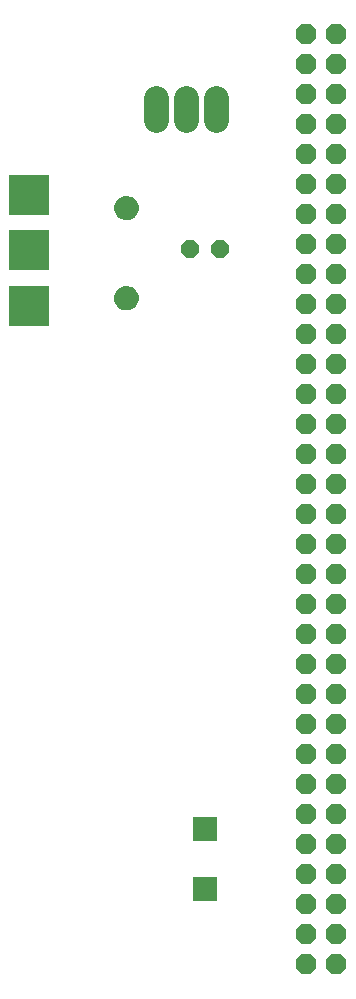
<source format=gbs>
G75*
%MOIN*%
%OFA0B0*%
%FSLAX24Y24*%
%IPPOS*%
%LPD*%
%AMOC8*
5,1,8,0,0,1.08239X$1,22.5*
%
%ADD10OC8,0.0680*%
%ADD11C,0.0820*%
%ADD12OC8,0.0600*%
%ADD13C,0.0050*%
%ADD14R,0.1346X0.1346*%
%ADD15R,0.0789X0.0789*%
D10*
X011685Y003430D03*
X011685Y004430D03*
X011685Y005430D03*
X011685Y006430D03*
X011685Y007430D03*
X011685Y008430D03*
X011685Y009430D03*
X011685Y010430D03*
X011685Y011430D03*
X011685Y012430D03*
X011685Y013430D03*
X011685Y014430D03*
X011685Y015430D03*
X011685Y016430D03*
X011685Y017430D03*
X011685Y018430D03*
X011685Y019430D03*
X011685Y020430D03*
X011685Y021430D03*
X011685Y022430D03*
X011685Y023430D03*
X011685Y024430D03*
X011685Y025430D03*
X011685Y026430D03*
X011685Y027430D03*
X011685Y028430D03*
X011685Y029430D03*
X011685Y030430D03*
X011685Y031430D03*
X011685Y032430D03*
X011685Y033430D03*
X011685Y034430D03*
X012685Y034430D03*
X012685Y033430D03*
X012685Y032430D03*
X012685Y031430D03*
X012685Y030430D03*
X012685Y029430D03*
X012685Y028430D03*
X012685Y027430D03*
X012685Y026430D03*
X012685Y025430D03*
X012685Y024430D03*
X012685Y023430D03*
X012685Y022430D03*
X012685Y021430D03*
X012685Y020430D03*
X012685Y019430D03*
X012685Y018430D03*
X012685Y017430D03*
X012685Y016430D03*
X012685Y015430D03*
X012685Y014430D03*
X012685Y013430D03*
X012685Y012430D03*
X012685Y011430D03*
X012685Y010430D03*
X012685Y009430D03*
X012685Y008430D03*
X012685Y007430D03*
X012685Y006430D03*
X012685Y005430D03*
X012685Y004430D03*
X012685Y003430D03*
D11*
X008685Y031560D02*
X008685Y032300D01*
X007685Y032300D02*
X007685Y031560D01*
X006685Y031560D02*
X006685Y032300D01*
D12*
X007815Y027270D03*
X008815Y027270D03*
D13*
X006035Y028501D02*
X006007Y028441D01*
X005968Y028387D01*
X005920Y028341D01*
X005866Y028304D01*
X005805Y028277D01*
X005741Y028261D01*
X005675Y028256D01*
X005603Y028264D01*
X005534Y028286D01*
X005471Y028320D01*
X005415Y028367D01*
X005370Y028423D01*
X005337Y028487D01*
X005316Y028557D01*
X005310Y028629D01*
X005316Y028701D01*
X005337Y028771D01*
X005370Y028836D01*
X005415Y028893D01*
X005471Y028940D01*
X005535Y028975D01*
X005604Y028997D01*
X005676Y029005D01*
X005742Y029000D01*
X005806Y028984D01*
X005867Y028956D01*
X005921Y028919D01*
X005969Y028873D01*
X006007Y028819D01*
X006036Y028760D01*
X006054Y028696D01*
X006060Y028630D01*
X006054Y028564D01*
X006035Y028501D01*
X006032Y028494D02*
X005335Y028494D01*
X005321Y028543D02*
X006047Y028543D01*
X006056Y028591D02*
X005314Y028591D01*
X005311Y028640D02*
X006059Y028640D01*
X006054Y028688D02*
X005315Y028688D01*
X005326Y028737D02*
X006042Y028737D01*
X006024Y028785D02*
X005344Y028785D01*
X005369Y028834D02*
X005997Y028834D01*
X005959Y028882D02*
X005407Y028882D01*
X005460Y028931D02*
X005904Y028931D01*
X005816Y028979D02*
X005548Y028979D01*
X005359Y028446D02*
X006009Y028446D01*
X005975Y028397D02*
X005391Y028397D01*
X005437Y028349D02*
X005928Y028349D01*
X005857Y028300D02*
X005508Y028300D01*
X005679Y026002D02*
X005607Y025994D01*
X005538Y025972D01*
X005828Y025972D01*
X005809Y025981D02*
X005870Y025953D01*
X005924Y025916D01*
X005972Y025870D01*
X006010Y025816D01*
X006039Y025757D01*
X006057Y025693D01*
X006063Y025627D01*
X006056Y025561D01*
X006038Y025498D01*
X006010Y025438D01*
X005971Y025384D01*
X005923Y025338D01*
X005869Y025301D01*
X005808Y025274D01*
X005744Y025258D01*
X005678Y025253D01*
X005606Y025261D01*
X005537Y025283D01*
X005474Y025317D01*
X005418Y025364D01*
X005373Y025420D01*
X005340Y025484D01*
X005319Y025554D01*
X005313Y025626D01*
X005319Y025698D01*
X005340Y025768D01*
X005373Y025833D01*
X005418Y025890D01*
X005474Y025937D01*
X005538Y025972D01*
X005458Y025924D02*
X005913Y025924D01*
X005966Y025875D02*
X005407Y025875D01*
X005370Y025827D02*
X006003Y025827D01*
X006028Y025778D02*
X005345Y025778D01*
X005328Y025730D02*
X006046Y025730D01*
X006058Y025681D02*
X005318Y025681D01*
X005314Y025633D02*
X006063Y025633D01*
X006059Y025584D02*
X005317Y025584D01*
X005325Y025536D02*
X006049Y025536D01*
X006033Y025487D02*
X005339Y025487D01*
X005364Y025439D02*
X006010Y025439D01*
X005975Y025390D02*
X005397Y025390D01*
X005445Y025342D02*
X005927Y025342D01*
X005851Y025293D02*
X005518Y025293D01*
X005679Y026002D02*
X005745Y025997D01*
X005809Y025981D01*
D14*
X002425Y025380D03*
X002425Y027230D03*
X002425Y029080D03*
D15*
X008305Y005950D03*
X008305Y007950D03*
M02*

</source>
